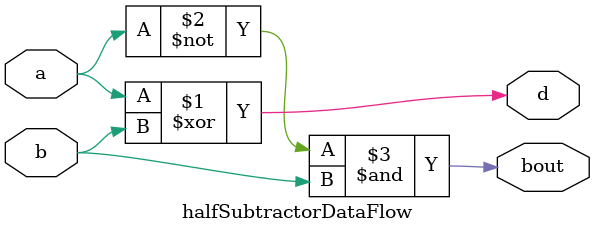
<source format=v>
module halfSubtractorDataFlow(d,bout,a,b);
  input a,b;
  output d,bout;
  assign d= a^b;
  assign bout = (~a) & b;
endmodule
</source>
